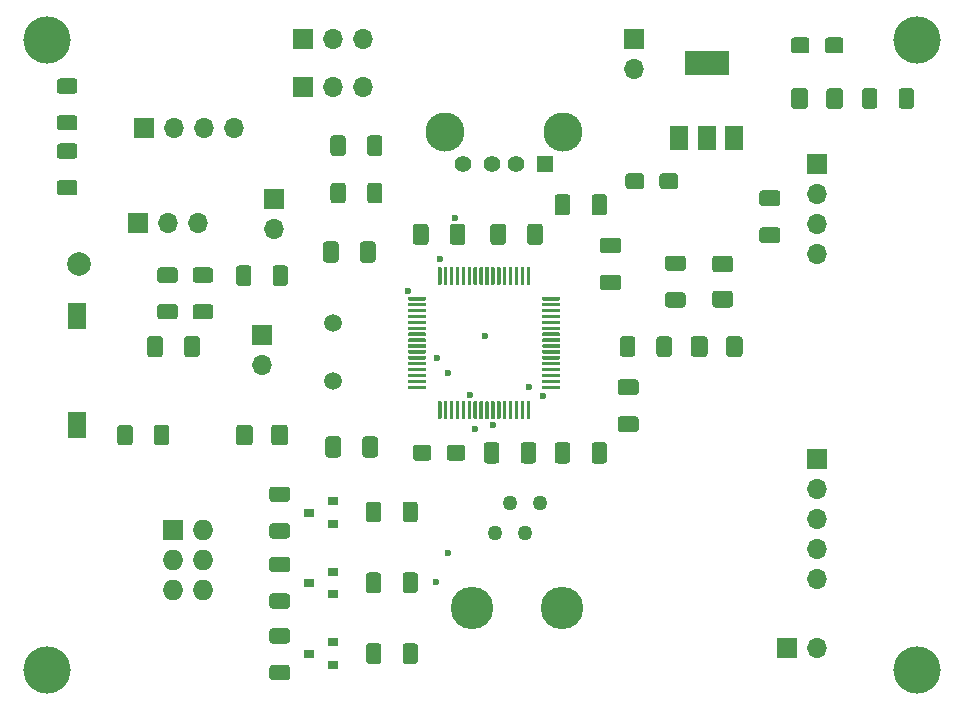
<source format=gts>
%TF.GenerationSoftware,KiCad,Pcbnew,5.1.9+dfsg1-1+deb11u1*%
%TF.CreationDate,2022-11-02T16:06:54+01:00*%
%TF.ProjectId,StandAlone-Adapter,5374616e-6441-46c6-9f6e-652d41646170,rev?*%
%TF.SameCoordinates,Original*%
%TF.FileFunction,Soldermask,Top*%
%TF.FilePolarity,Negative*%
%FSLAX46Y46*%
G04 Gerber Fmt 4.6, Leading zero omitted, Abs format (unit mm)*
G04 Created by KiCad (PCBNEW 5.1.9+dfsg1-1+deb11u1) date 2022-11-02 16:06:54*
%MOMM*%
%LPD*%
G01*
G04 APERTURE LIST*
%ADD10C,3.316000*%
%ADD11C,1.408000*%
%ADD12R,1.408000X1.408000*%
%ADD13O,1.700000X1.700000*%
%ADD14R,1.700000X1.700000*%
%ADD15C,4.000000*%
%ADD16C,1.270000*%
%ADD17C,3.600000*%
%ADD18O,1.727200X1.727200*%
%ADD19R,1.727200X1.727200*%
%ADD20R,0.900000X0.800000*%
%ADD21R,1.600000X2.180000*%
%ADD22C,2.000000*%
%ADD23R,1.500000X2.000000*%
%ADD24R,3.800000X2.000000*%
%ADD25C,1.500000*%
%ADD26C,0.600000*%
G04 APERTURE END LIST*
D10*
%TO.C,USB1*%
X145500000Y-76330000D03*
X155500000Y-76330000D03*
D11*
X147000000Y-79000000D03*
X149500000Y-79000000D03*
X151500000Y-79000000D03*
D12*
X154000000Y-79000000D03*
%TD*%
%TO.C,C1*%
G36*
G01*
X177650000Y-69425001D02*
X177650000Y-68574999D01*
G75*
G02*
X177899999Y-68325000I249999J0D01*
G01*
X178975001Y-68325000D01*
G75*
G02*
X179225000Y-68574999I0J-249999D01*
G01*
X179225000Y-69425001D01*
G75*
G02*
X178975001Y-69675000I-249999J0D01*
G01*
X177899999Y-69675000D01*
G75*
G02*
X177650000Y-69425001I0J249999D01*
G01*
G37*
G36*
G01*
X174775000Y-69425001D02*
X174775000Y-68574999D01*
G75*
G02*
X175024999Y-68325000I249999J0D01*
G01*
X176100001Y-68325000D01*
G75*
G02*
X176350000Y-68574999I0J-249999D01*
G01*
X176350000Y-69425001D01*
G75*
G02*
X176100001Y-69675000I-249999J0D01*
G01*
X175024999Y-69675000D01*
G75*
G02*
X174775000Y-69425001I0J249999D01*
G01*
G37*
%TD*%
%TO.C,C2*%
G36*
G01*
X162350000Y-80074999D02*
X162350000Y-80925001D01*
G75*
G02*
X162100001Y-81175000I-249999J0D01*
G01*
X161024999Y-81175000D01*
G75*
G02*
X160775000Y-80925001I0J249999D01*
G01*
X160775000Y-80074999D01*
G75*
G02*
X161024999Y-79825000I249999J0D01*
G01*
X162100001Y-79825000D01*
G75*
G02*
X162350000Y-80074999I0J-249999D01*
G01*
G37*
G36*
G01*
X165225000Y-80074999D02*
X165225000Y-80925001D01*
G75*
G02*
X164975001Y-81175000I-249999J0D01*
G01*
X163899999Y-81175000D01*
G75*
G02*
X163650000Y-80925001I0J249999D01*
G01*
X163650000Y-80074999D01*
G75*
G02*
X163899999Y-79825000I249999J0D01*
G01*
X164975001Y-79825000D01*
G75*
G02*
X165225000Y-80074999I0J-249999D01*
G01*
G37*
%TD*%
%TO.C,C3*%
G36*
G01*
X173650002Y-82600000D02*
X172349998Y-82600000D01*
G75*
G02*
X172100000Y-82350002I0J249998D01*
G01*
X172100000Y-81524998D01*
G75*
G02*
X172349998Y-81275000I249998J0D01*
G01*
X173650002Y-81275000D01*
G75*
G02*
X173900000Y-81524998I0J-249998D01*
G01*
X173900000Y-82350002D01*
G75*
G02*
X173650002Y-82600000I-249998J0D01*
G01*
G37*
G36*
G01*
X173650002Y-85725000D02*
X172349998Y-85725000D01*
G75*
G02*
X172100000Y-85475002I0J249998D01*
G01*
X172100000Y-84649998D01*
G75*
G02*
X172349998Y-84400000I249998J0D01*
G01*
X173650002Y-84400000D01*
G75*
G02*
X173900000Y-84649998I0J-249998D01*
G01*
X173900000Y-85475002D01*
G75*
G02*
X173650002Y-85725000I-249998J0D01*
G01*
G37*
%TD*%
%TO.C,C4*%
G36*
G01*
X145900000Y-85650002D02*
X145900000Y-84349998D01*
G75*
G02*
X146149998Y-84100000I249998J0D01*
G01*
X146975002Y-84100000D01*
G75*
G02*
X147225000Y-84349998I0J-249998D01*
G01*
X147225000Y-85650002D01*
G75*
G02*
X146975002Y-85900000I-249998J0D01*
G01*
X146149998Y-85900000D01*
G75*
G02*
X145900000Y-85650002I0J249998D01*
G01*
G37*
G36*
G01*
X142775000Y-85650002D02*
X142775000Y-84349998D01*
G75*
G02*
X143024998Y-84100000I249998J0D01*
G01*
X143850002Y-84100000D01*
G75*
G02*
X144100000Y-84349998I0J-249998D01*
G01*
X144100000Y-85650002D01*
G75*
G02*
X143850002Y-85900000I-249998J0D01*
G01*
X143024998Y-85900000D01*
G75*
G02*
X142775000Y-85650002I0J249998D01*
G01*
G37*
%TD*%
%TO.C,C5*%
G36*
G01*
X144350000Y-103074999D02*
X144350000Y-103925001D01*
G75*
G02*
X144100001Y-104175000I-249999J0D01*
G01*
X143024999Y-104175000D01*
G75*
G02*
X142775000Y-103925001I0J249999D01*
G01*
X142775000Y-103074999D01*
G75*
G02*
X143024999Y-102825000I249999J0D01*
G01*
X144100001Y-102825000D01*
G75*
G02*
X144350000Y-103074999I0J-249999D01*
G01*
G37*
G36*
G01*
X147225000Y-103074999D02*
X147225000Y-103925001D01*
G75*
G02*
X146975001Y-104175000I-249999J0D01*
G01*
X145899999Y-104175000D01*
G75*
G02*
X145650000Y-103925001I0J249999D01*
G01*
X145650000Y-103074999D01*
G75*
G02*
X145899999Y-102825000I249999J0D01*
G01*
X146975001Y-102825000D01*
G75*
G02*
X147225000Y-103074999I0J-249999D01*
G01*
G37*
%TD*%
%TO.C,C6*%
G36*
G01*
X123400000Y-95150002D02*
X123400000Y-93849998D01*
G75*
G02*
X123649998Y-93600000I249998J0D01*
G01*
X124475002Y-93600000D01*
G75*
G02*
X124725000Y-93849998I0J-249998D01*
G01*
X124725000Y-95150002D01*
G75*
G02*
X124475002Y-95400000I-249998J0D01*
G01*
X123649998Y-95400000D01*
G75*
G02*
X123400000Y-95150002I0J249998D01*
G01*
G37*
G36*
G01*
X120275000Y-95150002D02*
X120275000Y-93849998D01*
G75*
G02*
X120524998Y-93600000I249998J0D01*
G01*
X121350002Y-93600000D01*
G75*
G02*
X121600000Y-93849998I0J-249998D01*
G01*
X121600000Y-95150002D01*
G75*
G02*
X121350002Y-95400000I-249998J0D01*
G01*
X120524998Y-95400000D01*
G75*
G02*
X120275000Y-95150002I0J249998D01*
G01*
G37*
%TD*%
%TO.C,C7*%
G36*
G01*
X156100000Y-102849998D02*
X156100000Y-104150002D01*
G75*
G02*
X155850002Y-104400000I-249998J0D01*
G01*
X155024998Y-104400000D01*
G75*
G02*
X154775000Y-104150002I0J249998D01*
G01*
X154775000Y-102849998D01*
G75*
G02*
X155024998Y-102600000I249998J0D01*
G01*
X155850002Y-102600000D01*
G75*
G02*
X156100000Y-102849998I0J-249998D01*
G01*
G37*
G36*
G01*
X159225000Y-102849998D02*
X159225000Y-104150002D01*
G75*
G02*
X158975002Y-104400000I-249998J0D01*
G01*
X158149998Y-104400000D01*
G75*
G02*
X157900000Y-104150002I0J249998D01*
G01*
X157900000Y-102849998D01*
G75*
G02*
X158149998Y-102600000I249998J0D01*
G01*
X158975002Y-102600000D01*
G75*
G02*
X159225000Y-102849998I0J-249998D01*
G01*
G37*
%TD*%
%TO.C,C8*%
G36*
G01*
X136500000Y-85849998D02*
X136500000Y-87150002D01*
G75*
G02*
X136250002Y-87400000I-249998J0D01*
G01*
X135424998Y-87400000D01*
G75*
G02*
X135175000Y-87150002I0J249998D01*
G01*
X135175000Y-85849998D01*
G75*
G02*
X135424998Y-85600000I249998J0D01*
G01*
X136250002Y-85600000D01*
G75*
G02*
X136500000Y-85849998I0J-249998D01*
G01*
G37*
G36*
G01*
X139625000Y-85849998D02*
X139625000Y-87150002D01*
G75*
G02*
X139375002Y-87400000I-249998J0D01*
G01*
X138549998Y-87400000D01*
G75*
G02*
X138300000Y-87150002I0J249998D01*
G01*
X138300000Y-85849998D01*
G75*
G02*
X138549998Y-85600000I249998J0D01*
G01*
X139375002Y-85600000D01*
G75*
G02*
X139625000Y-85849998I0J-249998D01*
G01*
G37*
%TD*%
%TO.C,C9*%
G36*
G01*
X136700000Y-102349998D02*
X136700000Y-103650002D01*
G75*
G02*
X136450002Y-103900000I-249998J0D01*
G01*
X135624998Y-103900000D01*
G75*
G02*
X135375000Y-103650002I0J249998D01*
G01*
X135375000Y-102349998D01*
G75*
G02*
X135624998Y-102100000I249998J0D01*
G01*
X136450002Y-102100000D01*
G75*
G02*
X136700000Y-102349998I0J-249998D01*
G01*
G37*
G36*
G01*
X139825000Y-102349998D02*
X139825000Y-103650002D01*
G75*
G02*
X139575002Y-103900000I-249998J0D01*
G01*
X138749998Y-103900000D01*
G75*
G02*
X138500000Y-103650002I0J249998D01*
G01*
X138500000Y-102349998D01*
G75*
G02*
X138749998Y-102100000I249998J0D01*
G01*
X139575002Y-102100000D01*
G75*
G02*
X139825000Y-102349998I0J-249998D01*
G01*
G37*
%TD*%
%TO.C,C10*%
G36*
G01*
X161650002Y-98600000D02*
X160349998Y-98600000D01*
G75*
G02*
X160100000Y-98350002I0J249998D01*
G01*
X160100000Y-97524998D01*
G75*
G02*
X160349998Y-97275000I249998J0D01*
G01*
X161650002Y-97275000D01*
G75*
G02*
X161900000Y-97524998I0J-249998D01*
G01*
X161900000Y-98350002D01*
G75*
G02*
X161650002Y-98600000I-249998J0D01*
G01*
G37*
G36*
G01*
X161650002Y-101725000D02*
X160349998Y-101725000D01*
G75*
G02*
X160100000Y-101475002I0J249998D01*
G01*
X160100000Y-100649998D01*
G75*
G02*
X160349998Y-100400000I249998J0D01*
G01*
X161650002Y-100400000D01*
G75*
G02*
X161900000Y-100649998I0J-249998D01*
G01*
X161900000Y-101475002D01*
G75*
G02*
X161650002Y-101725000I-249998J0D01*
G01*
G37*
%TD*%
%TO.C,C11*%
G36*
G01*
X150100000Y-102849998D02*
X150100000Y-104150002D01*
G75*
G02*
X149850002Y-104400000I-249998J0D01*
G01*
X149024998Y-104400000D01*
G75*
G02*
X148775000Y-104150002I0J249998D01*
G01*
X148775000Y-102849998D01*
G75*
G02*
X149024998Y-102600000I249998J0D01*
G01*
X149850002Y-102600000D01*
G75*
G02*
X150100000Y-102849998I0J-249998D01*
G01*
G37*
G36*
G01*
X153225000Y-102849998D02*
X153225000Y-104150002D01*
G75*
G02*
X152975002Y-104400000I-249998J0D01*
G01*
X152149998Y-104400000D01*
G75*
G02*
X151900000Y-104150002I0J249998D01*
G01*
X151900000Y-102849998D01*
G75*
G02*
X152149998Y-102600000I249998J0D01*
G01*
X152975002Y-102600000D01*
G75*
G02*
X153225000Y-102849998I0J-249998D01*
G01*
G37*
%TD*%
%TO.C,C12*%
G36*
G01*
X160150002Y-86600000D02*
X158849998Y-86600000D01*
G75*
G02*
X158600000Y-86350002I0J249998D01*
G01*
X158600000Y-85524998D01*
G75*
G02*
X158849998Y-85275000I249998J0D01*
G01*
X160150002Y-85275000D01*
G75*
G02*
X160400000Y-85524998I0J-249998D01*
G01*
X160400000Y-86350002D01*
G75*
G02*
X160150002Y-86600000I-249998J0D01*
G01*
G37*
G36*
G01*
X160150002Y-89725000D02*
X158849998Y-89725000D01*
G75*
G02*
X158600000Y-89475002I0J249998D01*
G01*
X158600000Y-88649998D01*
G75*
G02*
X158849998Y-88400000I249998J0D01*
G01*
X160150002Y-88400000D01*
G75*
G02*
X160400000Y-88649998I0J-249998D01*
G01*
X160400000Y-89475002D01*
G75*
G02*
X160150002Y-89725000I-249998J0D01*
G01*
G37*
%TD*%
%TO.C,C13*%
G36*
G01*
X152462000Y-85650002D02*
X152462000Y-84349998D01*
G75*
G02*
X152711998Y-84100000I249998J0D01*
G01*
X153537002Y-84100000D01*
G75*
G02*
X153787000Y-84349998I0J-249998D01*
G01*
X153787000Y-85650002D01*
G75*
G02*
X153537002Y-85900000I-249998J0D01*
G01*
X152711998Y-85900000D01*
G75*
G02*
X152462000Y-85650002I0J249998D01*
G01*
G37*
G36*
G01*
X149337000Y-85650002D02*
X149337000Y-84349998D01*
G75*
G02*
X149586998Y-84100000I249998J0D01*
G01*
X150412002Y-84100000D01*
G75*
G02*
X150662000Y-84349998I0J-249998D01*
G01*
X150662000Y-85650002D01*
G75*
G02*
X150412002Y-85900000I-249998J0D01*
G01*
X149586998Y-85900000D01*
G75*
G02*
X149337000Y-85650002I0J249998D01*
G01*
G37*
%TD*%
%TO.C,C14*%
G36*
G01*
X156100000Y-81849998D02*
X156100000Y-83150002D01*
G75*
G02*
X155850002Y-83400000I-249998J0D01*
G01*
X155024998Y-83400000D01*
G75*
G02*
X154775000Y-83150002I0J249998D01*
G01*
X154775000Y-81849998D01*
G75*
G02*
X155024998Y-81600000I249998J0D01*
G01*
X155850002Y-81600000D01*
G75*
G02*
X156100000Y-81849998I0J-249998D01*
G01*
G37*
G36*
G01*
X159225000Y-81849998D02*
X159225000Y-83150002D01*
G75*
G02*
X158975002Y-83400000I-249998J0D01*
G01*
X158149998Y-83400000D01*
G75*
G02*
X157900000Y-83150002I0J249998D01*
G01*
X157900000Y-81849998D01*
G75*
G02*
X158149998Y-81600000I249998J0D01*
G01*
X158975002Y-81600000D01*
G75*
G02*
X159225000Y-81849998I0J-249998D01*
G01*
G37*
%TD*%
%TO.C,D1*%
G36*
G01*
X177775000Y-74125000D02*
X177775000Y-72875000D01*
G75*
G02*
X178025000Y-72625000I250000J0D01*
G01*
X178950000Y-72625000D01*
G75*
G02*
X179200000Y-72875000I0J-250000D01*
G01*
X179200000Y-74125000D01*
G75*
G02*
X178950000Y-74375000I-250000J0D01*
G01*
X178025000Y-74375000D01*
G75*
G02*
X177775000Y-74125000I0J250000D01*
G01*
G37*
G36*
G01*
X174800000Y-74125000D02*
X174800000Y-72875000D01*
G75*
G02*
X175050000Y-72625000I250000J0D01*
G01*
X175975000Y-72625000D01*
G75*
G02*
X176225000Y-72875000I0J-250000D01*
G01*
X176225000Y-74125000D01*
G75*
G02*
X175975000Y-74375000I-250000J0D01*
G01*
X175050000Y-74375000D01*
G75*
G02*
X174800000Y-74125000I0J250000D01*
G01*
G37*
%TD*%
%TO.C,D2*%
G36*
G01*
X169625000Y-88225000D02*
X168375000Y-88225000D01*
G75*
G02*
X168125000Y-87975000I0J250000D01*
G01*
X168125000Y-87050000D01*
G75*
G02*
X168375000Y-86800000I250000J0D01*
G01*
X169625000Y-86800000D01*
G75*
G02*
X169875000Y-87050000I0J-250000D01*
G01*
X169875000Y-87975000D01*
G75*
G02*
X169625000Y-88225000I-250000J0D01*
G01*
G37*
G36*
G01*
X169625000Y-91200000D02*
X168375000Y-91200000D01*
G75*
G02*
X168125000Y-90950000I0J250000D01*
G01*
X168125000Y-90025000D01*
G75*
G02*
X168375000Y-89775000I250000J0D01*
G01*
X169625000Y-89775000D01*
G75*
G02*
X169875000Y-90025000I0J-250000D01*
G01*
X169875000Y-90950000D01*
G75*
G02*
X169625000Y-91200000I-250000J0D01*
G01*
G37*
%TD*%
%TO.C,D3*%
G36*
G01*
X169275000Y-95125000D02*
X169275000Y-93875000D01*
G75*
G02*
X169525000Y-93625000I250000J0D01*
G01*
X170450000Y-93625000D01*
G75*
G02*
X170700000Y-93875000I0J-250000D01*
G01*
X170700000Y-95125000D01*
G75*
G02*
X170450000Y-95375000I-250000J0D01*
G01*
X169525000Y-95375000D01*
G75*
G02*
X169275000Y-95125000I0J250000D01*
G01*
G37*
G36*
G01*
X166300000Y-95125000D02*
X166300000Y-93875000D01*
G75*
G02*
X166550000Y-93625000I250000J0D01*
G01*
X167475000Y-93625000D01*
G75*
G02*
X167725000Y-93875000I0J-250000D01*
G01*
X167725000Y-95125000D01*
G75*
G02*
X167475000Y-95375000I-250000J0D01*
G01*
X166550000Y-95375000D01*
G75*
G02*
X166300000Y-95125000I0J250000D01*
G01*
G37*
%TD*%
%TO.C,D4*%
G36*
G01*
X129225000Y-101375000D02*
X129225000Y-102625000D01*
G75*
G02*
X128975000Y-102875000I-250000J0D01*
G01*
X128050000Y-102875000D01*
G75*
G02*
X127800000Y-102625000I0J250000D01*
G01*
X127800000Y-101375000D01*
G75*
G02*
X128050000Y-101125000I250000J0D01*
G01*
X128975000Y-101125000D01*
G75*
G02*
X129225000Y-101375000I0J-250000D01*
G01*
G37*
G36*
G01*
X132200000Y-101375000D02*
X132200000Y-102625000D01*
G75*
G02*
X131950000Y-102875000I-250000J0D01*
G01*
X131025000Y-102875000D01*
G75*
G02*
X130775000Y-102625000I0J250000D01*
G01*
X130775000Y-101375000D01*
G75*
G02*
X131025000Y-101125000I250000J0D01*
G01*
X131950000Y-101125000D01*
G75*
G02*
X132200000Y-101375000I0J-250000D01*
G01*
G37*
%TD*%
D13*
%TO.C,EN1*%
X130000000Y-96040000D03*
D14*
X130000000Y-93500000D03*
%TD*%
D15*
%TO.C,H1*%
X111760000Y-121920000D03*
%TD*%
%TO.C,H2*%
X185420000Y-68580000D03*
%TD*%
%TO.C,H3*%
X185420000Y-121920000D03*
%TD*%
%TO.C,H4*%
X111760000Y-68580000D03*
%TD*%
D16*
%TO.C,J1*%
X150965000Y-107770000D03*
D17*
X147790000Y-116650000D03*
X155410000Y-116650000D03*
D16*
X153505000Y-107770000D03*
X149695000Y-110300000D03*
X152235000Y-110300000D03*
%TD*%
D13*
%TO.C,J2*%
X138580000Y-72500000D03*
X136040000Y-72500000D03*
D14*
X133500000Y-72500000D03*
%TD*%
D18*
%TO.C,J3*%
X125040000Y-115080000D03*
X122500000Y-115080000D03*
X125040000Y-112540000D03*
X122500000Y-112540000D03*
X125040000Y-110000000D03*
D19*
X122500000Y-110000000D03*
%TD*%
D13*
%TO.C,J4*%
X127620000Y-76000000D03*
X125080000Y-76000000D03*
X122540000Y-76000000D03*
D14*
X120000000Y-76000000D03*
%TD*%
D13*
%TO.C,J5*%
X177000000Y-114160000D03*
X177000000Y-111620000D03*
X177000000Y-109080000D03*
X177000000Y-106540000D03*
D14*
X177000000Y-104000000D03*
%TD*%
D13*
%TO.C,J6*%
X138580000Y-68500000D03*
X136040000Y-68500000D03*
D14*
X133500000Y-68500000D03*
%TD*%
D13*
%TO.C,J7*%
X124580000Y-84000000D03*
X122040000Y-84000000D03*
D14*
X119500000Y-84000000D03*
%TD*%
D13*
%TO.C,J8*%
X177000000Y-120000000D03*
D14*
X174460000Y-120000000D03*
%TD*%
D13*
%TO.C,J9*%
X131000000Y-84540000D03*
D14*
X131000000Y-82000000D03*
%TD*%
D13*
%TO.C,J10*%
X177000000Y-86620000D03*
X177000000Y-84080000D03*
X177000000Y-81540000D03*
D14*
X177000000Y-79000000D03*
%TD*%
D13*
%TO.C,J11*%
X161500000Y-71040000D03*
D14*
X161500000Y-68500000D03*
%TD*%
D20*
%TO.C,Q1*%
X134000000Y-108550000D03*
X136000000Y-107600000D03*
X136000000Y-109500000D03*
%TD*%
%TO.C,Q2*%
X134000000Y-114525000D03*
X136000000Y-113575000D03*
X136000000Y-115475000D03*
%TD*%
%TO.C,Q3*%
X134000000Y-120500000D03*
X136000000Y-119550000D03*
X136000000Y-121450000D03*
%TD*%
%TO.C,R1*%
G36*
G01*
X182100000Y-72874999D02*
X182100000Y-74125001D01*
G75*
G02*
X181850001Y-74375000I-249999J0D01*
G01*
X181049999Y-74375000D01*
G75*
G02*
X180800000Y-74125001I0J249999D01*
G01*
X180800000Y-72874999D01*
G75*
G02*
X181049999Y-72625000I249999J0D01*
G01*
X181850001Y-72625000D01*
G75*
G02*
X182100000Y-72874999I0J-249999D01*
G01*
G37*
G36*
G01*
X185200000Y-72874999D02*
X185200000Y-74125001D01*
G75*
G02*
X184950001Y-74375000I-249999J0D01*
G01*
X184149999Y-74375000D01*
G75*
G02*
X183900000Y-74125001I0J249999D01*
G01*
X183900000Y-72874999D01*
G75*
G02*
X184149999Y-72625000I249999J0D01*
G01*
X184950001Y-72625000D01*
G75*
G02*
X185200000Y-72874999I0J-249999D01*
G01*
G37*
%TD*%
%TO.C,R2*%
G36*
G01*
X164374999Y-89900000D02*
X165625001Y-89900000D01*
G75*
G02*
X165875000Y-90149999I0J-249999D01*
G01*
X165875000Y-90950001D01*
G75*
G02*
X165625001Y-91200000I-249999J0D01*
G01*
X164374999Y-91200000D01*
G75*
G02*
X164125000Y-90950001I0J249999D01*
G01*
X164125000Y-90149999D01*
G75*
G02*
X164374999Y-89900000I249999J0D01*
G01*
G37*
G36*
G01*
X164374999Y-86800000D02*
X165625001Y-86800000D01*
G75*
G02*
X165875000Y-87049999I0J-249999D01*
G01*
X165875000Y-87850001D01*
G75*
G02*
X165625001Y-88100000I-249999J0D01*
G01*
X164374999Y-88100000D01*
G75*
G02*
X164125000Y-87850001I0J249999D01*
G01*
X164125000Y-87049999D01*
G75*
G02*
X164374999Y-86800000I249999J0D01*
G01*
G37*
%TD*%
%TO.C,R3*%
G36*
G01*
X163400000Y-95125001D02*
X163400000Y-93874999D01*
G75*
G02*
X163649999Y-93625000I249999J0D01*
G01*
X164450001Y-93625000D01*
G75*
G02*
X164700000Y-93874999I0J-249999D01*
G01*
X164700000Y-95125001D01*
G75*
G02*
X164450001Y-95375000I-249999J0D01*
G01*
X163649999Y-95375000D01*
G75*
G02*
X163400000Y-95125001I0J249999D01*
G01*
G37*
G36*
G01*
X160300000Y-95125001D02*
X160300000Y-93874999D01*
G75*
G02*
X160549999Y-93625000I249999J0D01*
G01*
X161350001Y-93625000D01*
G75*
G02*
X161600000Y-93874999I0J-249999D01*
G01*
X161600000Y-95125001D01*
G75*
G02*
X161350001Y-95375000I-249999J0D01*
G01*
X160549999Y-95375000D01*
G75*
G02*
X160300000Y-95125001I0J249999D01*
G01*
G37*
%TD*%
%TO.C,R4*%
G36*
G01*
X120850000Y-102625001D02*
X120850000Y-101374999D01*
G75*
G02*
X121099999Y-101125000I249999J0D01*
G01*
X121900001Y-101125000D01*
G75*
G02*
X122150000Y-101374999I0J-249999D01*
G01*
X122150000Y-102625001D01*
G75*
G02*
X121900001Y-102875000I-249999J0D01*
G01*
X121099999Y-102875000D01*
G75*
G02*
X120850000Y-102625001I0J249999D01*
G01*
G37*
G36*
G01*
X117750000Y-102625001D02*
X117750000Y-101374999D01*
G75*
G02*
X117999999Y-101125000I249999J0D01*
G01*
X118800001Y-101125000D01*
G75*
G02*
X119050000Y-101374999I0J-249999D01*
G01*
X119050000Y-102625001D01*
G75*
G02*
X118800001Y-102875000I-249999J0D01*
G01*
X117999999Y-102875000D01*
G75*
G02*
X117750000Y-102625001I0J249999D01*
G01*
G37*
%TD*%
%TO.C,R5*%
G36*
G01*
X129100000Y-87874999D02*
X129100000Y-89125001D01*
G75*
G02*
X128850001Y-89375000I-249999J0D01*
G01*
X128049999Y-89375000D01*
G75*
G02*
X127800000Y-89125001I0J249999D01*
G01*
X127800000Y-87874999D01*
G75*
G02*
X128049999Y-87625000I249999J0D01*
G01*
X128850001Y-87625000D01*
G75*
G02*
X129100000Y-87874999I0J-249999D01*
G01*
G37*
G36*
G01*
X132200000Y-87874999D02*
X132200000Y-89125001D01*
G75*
G02*
X131950001Y-89375000I-249999J0D01*
G01*
X131149999Y-89375000D01*
G75*
G02*
X130900000Y-89125001I0J249999D01*
G01*
X130900000Y-87874999D01*
G75*
G02*
X131149999Y-87625000I249999J0D01*
G01*
X131950001Y-87625000D01*
G75*
G02*
X132200000Y-87874999I0J-249999D01*
G01*
G37*
%TD*%
%TO.C,R6*%
G36*
G01*
X114125001Y-73100000D02*
X112874999Y-73100000D01*
G75*
G02*
X112625000Y-72850001I0J249999D01*
G01*
X112625000Y-72049999D01*
G75*
G02*
X112874999Y-71800000I249999J0D01*
G01*
X114125001Y-71800000D01*
G75*
G02*
X114375000Y-72049999I0J-249999D01*
G01*
X114375000Y-72850001D01*
G75*
G02*
X114125001Y-73100000I-249999J0D01*
G01*
G37*
G36*
G01*
X114125001Y-76200000D02*
X112874999Y-76200000D01*
G75*
G02*
X112625000Y-75950001I0J249999D01*
G01*
X112625000Y-75149999D01*
G75*
G02*
X112874999Y-74900000I249999J0D01*
G01*
X114125001Y-74900000D01*
G75*
G02*
X114375000Y-75149999I0J-249999D01*
G01*
X114375000Y-75950001D01*
G75*
G02*
X114125001Y-76200000I-249999J0D01*
G01*
G37*
%TD*%
%TO.C,R7*%
G36*
G01*
X114125001Y-78600000D02*
X112874999Y-78600000D01*
G75*
G02*
X112625000Y-78350001I0J249999D01*
G01*
X112625000Y-77549999D01*
G75*
G02*
X112874999Y-77300000I249999J0D01*
G01*
X114125001Y-77300000D01*
G75*
G02*
X114375000Y-77549999I0J-249999D01*
G01*
X114375000Y-78350001D01*
G75*
G02*
X114125001Y-78600000I-249999J0D01*
G01*
G37*
G36*
G01*
X114125001Y-81700000D02*
X112874999Y-81700000D01*
G75*
G02*
X112625000Y-81450001I0J249999D01*
G01*
X112625000Y-80649999D01*
G75*
G02*
X112874999Y-80400000I249999J0D01*
G01*
X114125001Y-80400000D01*
G75*
G02*
X114375000Y-80649999I0J-249999D01*
G01*
X114375000Y-81450001D01*
G75*
G02*
X114125001Y-81700000I-249999J0D01*
G01*
G37*
%TD*%
%TO.C,R8*%
G36*
G01*
X125625001Y-89100000D02*
X124374999Y-89100000D01*
G75*
G02*
X124125000Y-88850001I0J249999D01*
G01*
X124125000Y-88049999D01*
G75*
G02*
X124374999Y-87800000I249999J0D01*
G01*
X125625001Y-87800000D01*
G75*
G02*
X125875000Y-88049999I0J-249999D01*
G01*
X125875000Y-88850001D01*
G75*
G02*
X125625001Y-89100000I-249999J0D01*
G01*
G37*
G36*
G01*
X125625001Y-92200000D02*
X124374999Y-92200000D01*
G75*
G02*
X124125000Y-91950001I0J249999D01*
G01*
X124125000Y-91149999D01*
G75*
G02*
X124374999Y-90900000I249999J0D01*
G01*
X125625001Y-90900000D01*
G75*
G02*
X125875000Y-91149999I0J-249999D01*
G01*
X125875000Y-91950001D01*
G75*
G02*
X125625001Y-92200000I-249999J0D01*
G01*
G37*
%TD*%
%TO.C,R9*%
G36*
G01*
X122625001Y-89100000D02*
X121374999Y-89100000D01*
G75*
G02*
X121125000Y-88850001I0J249999D01*
G01*
X121125000Y-88049999D01*
G75*
G02*
X121374999Y-87800000I249999J0D01*
G01*
X122625001Y-87800000D01*
G75*
G02*
X122875000Y-88049999I0J-249999D01*
G01*
X122875000Y-88850001D01*
G75*
G02*
X122625001Y-89100000I-249999J0D01*
G01*
G37*
G36*
G01*
X122625001Y-92200000D02*
X121374999Y-92200000D01*
G75*
G02*
X121125000Y-91950001I0J249999D01*
G01*
X121125000Y-91149999D01*
G75*
G02*
X121374999Y-90900000I249999J0D01*
G01*
X122625001Y-90900000D01*
G75*
G02*
X122875000Y-91149999I0J-249999D01*
G01*
X122875000Y-91950001D01*
G75*
G02*
X122625001Y-92200000I-249999J0D01*
G01*
G37*
%TD*%
%TO.C,R10*%
G36*
G01*
X141900000Y-109125001D02*
X141900000Y-107874999D01*
G75*
G02*
X142149999Y-107625000I249999J0D01*
G01*
X142950001Y-107625000D01*
G75*
G02*
X143200000Y-107874999I0J-249999D01*
G01*
X143200000Y-109125001D01*
G75*
G02*
X142950001Y-109375000I-249999J0D01*
G01*
X142149999Y-109375000D01*
G75*
G02*
X141900000Y-109125001I0J249999D01*
G01*
G37*
G36*
G01*
X138800000Y-109125001D02*
X138800000Y-107874999D01*
G75*
G02*
X139049999Y-107625000I249999J0D01*
G01*
X139850001Y-107625000D01*
G75*
G02*
X140100000Y-107874999I0J-249999D01*
G01*
X140100000Y-109125001D01*
G75*
G02*
X139850001Y-109375000I-249999J0D01*
G01*
X139049999Y-109375000D01*
G75*
G02*
X138800000Y-109125001I0J249999D01*
G01*
G37*
%TD*%
%TO.C,R11*%
G36*
G01*
X141900000Y-115125001D02*
X141900000Y-113874999D01*
G75*
G02*
X142149999Y-113625000I249999J0D01*
G01*
X142950001Y-113625000D01*
G75*
G02*
X143200000Y-113874999I0J-249999D01*
G01*
X143200000Y-115125001D01*
G75*
G02*
X142950001Y-115375000I-249999J0D01*
G01*
X142149999Y-115375000D01*
G75*
G02*
X141900000Y-115125001I0J249999D01*
G01*
G37*
G36*
G01*
X138800000Y-115125001D02*
X138800000Y-113874999D01*
G75*
G02*
X139049999Y-113625000I249999J0D01*
G01*
X139850001Y-113625000D01*
G75*
G02*
X140100000Y-113874999I0J-249999D01*
G01*
X140100000Y-115125001D01*
G75*
G02*
X139850001Y-115375000I-249999J0D01*
G01*
X139049999Y-115375000D01*
G75*
G02*
X138800000Y-115125001I0J249999D01*
G01*
G37*
%TD*%
%TO.C,R12*%
G36*
G01*
X141900000Y-121125001D02*
X141900000Y-119874999D01*
G75*
G02*
X142149999Y-119625000I249999J0D01*
G01*
X142950001Y-119625000D01*
G75*
G02*
X143200000Y-119874999I0J-249999D01*
G01*
X143200000Y-121125001D01*
G75*
G02*
X142950001Y-121375000I-249999J0D01*
G01*
X142149999Y-121375000D01*
G75*
G02*
X141900000Y-121125001I0J249999D01*
G01*
G37*
G36*
G01*
X138800000Y-121125001D02*
X138800000Y-119874999D01*
G75*
G02*
X139049999Y-119625000I249999J0D01*
G01*
X139850001Y-119625000D01*
G75*
G02*
X140100000Y-119874999I0J-249999D01*
G01*
X140100000Y-121125001D01*
G75*
G02*
X139850001Y-121375000I-249999J0D01*
G01*
X139049999Y-121375000D01*
G75*
G02*
X138800000Y-121125001I0J249999D01*
G01*
G37*
%TD*%
%TO.C,R13*%
G36*
G01*
X132125001Y-107650000D02*
X130874999Y-107650000D01*
G75*
G02*
X130625000Y-107400001I0J249999D01*
G01*
X130625000Y-106599999D01*
G75*
G02*
X130874999Y-106350000I249999J0D01*
G01*
X132125001Y-106350000D01*
G75*
G02*
X132375000Y-106599999I0J-249999D01*
G01*
X132375000Y-107400001D01*
G75*
G02*
X132125001Y-107650000I-249999J0D01*
G01*
G37*
G36*
G01*
X132125001Y-110750000D02*
X130874999Y-110750000D01*
G75*
G02*
X130625000Y-110500001I0J249999D01*
G01*
X130625000Y-109699999D01*
G75*
G02*
X130874999Y-109450000I249999J0D01*
G01*
X132125001Y-109450000D01*
G75*
G02*
X132375000Y-109699999I0J-249999D01*
G01*
X132375000Y-110500001D01*
G75*
G02*
X132125001Y-110750000I-249999J0D01*
G01*
G37*
%TD*%
%TO.C,R14*%
G36*
G01*
X132125001Y-113600000D02*
X130874999Y-113600000D01*
G75*
G02*
X130625000Y-113350001I0J249999D01*
G01*
X130625000Y-112549999D01*
G75*
G02*
X130874999Y-112300000I249999J0D01*
G01*
X132125001Y-112300000D01*
G75*
G02*
X132375000Y-112549999I0J-249999D01*
G01*
X132375000Y-113350001D01*
G75*
G02*
X132125001Y-113600000I-249999J0D01*
G01*
G37*
G36*
G01*
X132125001Y-116700000D02*
X130874999Y-116700000D01*
G75*
G02*
X130625000Y-116450001I0J249999D01*
G01*
X130625000Y-115649999D01*
G75*
G02*
X130874999Y-115400000I249999J0D01*
G01*
X132125001Y-115400000D01*
G75*
G02*
X132375000Y-115649999I0J-249999D01*
G01*
X132375000Y-116450001D01*
G75*
G02*
X132125001Y-116700000I-249999J0D01*
G01*
G37*
%TD*%
%TO.C,R15*%
G36*
G01*
X132125001Y-119650000D02*
X130874999Y-119650000D01*
G75*
G02*
X130625000Y-119400001I0J249999D01*
G01*
X130625000Y-118599999D01*
G75*
G02*
X130874999Y-118350000I249999J0D01*
G01*
X132125001Y-118350000D01*
G75*
G02*
X132375000Y-118599999I0J-249999D01*
G01*
X132375000Y-119400001D01*
G75*
G02*
X132125001Y-119650000I-249999J0D01*
G01*
G37*
G36*
G01*
X132125001Y-122750000D02*
X130874999Y-122750000D01*
G75*
G02*
X130625000Y-122500001I0J249999D01*
G01*
X130625000Y-121699999D01*
G75*
G02*
X130874999Y-121450000I249999J0D01*
G01*
X132125001Y-121450000D01*
G75*
G02*
X132375000Y-121699999I0J-249999D01*
G01*
X132375000Y-122500001D01*
G75*
G02*
X132125001Y-122750000I-249999J0D01*
G01*
G37*
%TD*%
%TO.C,R16*%
G36*
G01*
X137100000Y-80874999D02*
X137100000Y-82125001D01*
G75*
G02*
X136850001Y-82375000I-249999J0D01*
G01*
X136049999Y-82375000D01*
G75*
G02*
X135800000Y-82125001I0J249999D01*
G01*
X135800000Y-80874999D01*
G75*
G02*
X136049999Y-80625000I249999J0D01*
G01*
X136850001Y-80625000D01*
G75*
G02*
X137100000Y-80874999I0J-249999D01*
G01*
G37*
G36*
G01*
X140200000Y-80874999D02*
X140200000Y-82125001D01*
G75*
G02*
X139950001Y-82375000I-249999J0D01*
G01*
X139149999Y-82375000D01*
G75*
G02*
X138900000Y-82125001I0J249999D01*
G01*
X138900000Y-80874999D01*
G75*
G02*
X139149999Y-80625000I249999J0D01*
G01*
X139950001Y-80625000D01*
G75*
G02*
X140200000Y-80874999I0J-249999D01*
G01*
G37*
%TD*%
%TO.C,R17*%
G36*
G01*
X137100000Y-76874999D02*
X137100000Y-78125001D01*
G75*
G02*
X136850001Y-78375000I-249999J0D01*
G01*
X136049999Y-78375000D01*
G75*
G02*
X135800000Y-78125001I0J249999D01*
G01*
X135800000Y-76874999D01*
G75*
G02*
X136049999Y-76625000I249999J0D01*
G01*
X136850001Y-76625000D01*
G75*
G02*
X137100000Y-76874999I0J-249999D01*
G01*
G37*
G36*
G01*
X140200000Y-76874999D02*
X140200000Y-78125001D01*
G75*
G02*
X139950001Y-78375000I-249999J0D01*
G01*
X139149999Y-78375000D01*
G75*
G02*
X138900000Y-78125001I0J249999D01*
G01*
X138900000Y-76874999D01*
G75*
G02*
X139149999Y-76625000I249999J0D01*
G01*
X139950001Y-76625000D01*
G75*
G02*
X140200000Y-76874999I0J-249999D01*
G01*
G37*
%TD*%
D21*
%TO.C,RESET1*%
X114300000Y-91930000D03*
X114300000Y-101110000D03*
%TD*%
D22*
%TO.C,TP1*%
X114500000Y-87500000D03*
%TD*%
D23*
%TO.C,U1*%
X165340000Y-76810000D03*
X169940000Y-76810000D03*
X167640000Y-76810000D03*
D24*
X167640000Y-70510000D03*
%TD*%
%TO.C,U2*%
G36*
G01*
X143825000Y-98100000D02*
X142425000Y-98100000D01*
G75*
G02*
X142350000Y-98025000I0J75000D01*
G01*
X142350000Y-97875000D01*
G75*
G02*
X142425000Y-97800000I75000J0D01*
G01*
X143825000Y-97800000D01*
G75*
G02*
X143900000Y-97875000I0J-75000D01*
G01*
X143900000Y-98025000D01*
G75*
G02*
X143825000Y-98100000I-75000J0D01*
G01*
G37*
G36*
G01*
X143825000Y-97600000D02*
X142425000Y-97600000D01*
G75*
G02*
X142350000Y-97525000I0J75000D01*
G01*
X142350000Y-97375000D01*
G75*
G02*
X142425000Y-97300000I75000J0D01*
G01*
X143825000Y-97300000D01*
G75*
G02*
X143900000Y-97375000I0J-75000D01*
G01*
X143900000Y-97525000D01*
G75*
G02*
X143825000Y-97600000I-75000J0D01*
G01*
G37*
G36*
G01*
X143825000Y-97100000D02*
X142425000Y-97100000D01*
G75*
G02*
X142350000Y-97025000I0J75000D01*
G01*
X142350000Y-96875000D01*
G75*
G02*
X142425000Y-96800000I75000J0D01*
G01*
X143825000Y-96800000D01*
G75*
G02*
X143900000Y-96875000I0J-75000D01*
G01*
X143900000Y-97025000D01*
G75*
G02*
X143825000Y-97100000I-75000J0D01*
G01*
G37*
G36*
G01*
X143825000Y-96600000D02*
X142425000Y-96600000D01*
G75*
G02*
X142350000Y-96525000I0J75000D01*
G01*
X142350000Y-96375000D01*
G75*
G02*
X142425000Y-96300000I75000J0D01*
G01*
X143825000Y-96300000D01*
G75*
G02*
X143900000Y-96375000I0J-75000D01*
G01*
X143900000Y-96525000D01*
G75*
G02*
X143825000Y-96600000I-75000J0D01*
G01*
G37*
G36*
G01*
X143825000Y-96100000D02*
X142425000Y-96100000D01*
G75*
G02*
X142350000Y-96025000I0J75000D01*
G01*
X142350000Y-95875000D01*
G75*
G02*
X142425000Y-95800000I75000J0D01*
G01*
X143825000Y-95800000D01*
G75*
G02*
X143900000Y-95875000I0J-75000D01*
G01*
X143900000Y-96025000D01*
G75*
G02*
X143825000Y-96100000I-75000J0D01*
G01*
G37*
G36*
G01*
X143825000Y-95600000D02*
X142425000Y-95600000D01*
G75*
G02*
X142350000Y-95525000I0J75000D01*
G01*
X142350000Y-95375000D01*
G75*
G02*
X142425000Y-95300000I75000J0D01*
G01*
X143825000Y-95300000D01*
G75*
G02*
X143900000Y-95375000I0J-75000D01*
G01*
X143900000Y-95525000D01*
G75*
G02*
X143825000Y-95600000I-75000J0D01*
G01*
G37*
G36*
G01*
X143825000Y-95100000D02*
X142425000Y-95100000D01*
G75*
G02*
X142350000Y-95025000I0J75000D01*
G01*
X142350000Y-94875000D01*
G75*
G02*
X142425000Y-94800000I75000J0D01*
G01*
X143825000Y-94800000D01*
G75*
G02*
X143900000Y-94875000I0J-75000D01*
G01*
X143900000Y-95025000D01*
G75*
G02*
X143825000Y-95100000I-75000J0D01*
G01*
G37*
G36*
G01*
X143825000Y-94600000D02*
X142425000Y-94600000D01*
G75*
G02*
X142350000Y-94525000I0J75000D01*
G01*
X142350000Y-94375000D01*
G75*
G02*
X142425000Y-94300000I75000J0D01*
G01*
X143825000Y-94300000D01*
G75*
G02*
X143900000Y-94375000I0J-75000D01*
G01*
X143900000Y-94525000D01*
G75*
G02*
X143825000Y-94600000I-75000J0D01*
G01*
G37*
G36*
G01*
X143825000Y-94100000D02*
X142425000Y-94100000D01*
G75*
G02*
X142350000Y-94025000I0J75000D01*
G01*
X142350000Y-93875000D01*
G75*
G02*
X142425000Y-93800000I75000J0D01*
G01*
X143825000Y-93800000D01*
G75*
G02*
X143900000Y-93875000I0J-75000D01*
G01*
X143900000Y-94025000D01*
G75*
G02*
X143825000Y-94100000I-75000J0D01*
G01*
G37*
G36*
G01*
X143825000Y-93600000D02*
X142425000Y-93600000D01*
G75*
G02*
X142350000Y-93525000I0J75000D01*
G01*
X142350000Y-93375000D01*
G75*
G02*
X142425000Y-93300000I75000J0D01*
G01*
X143825000Y-93300000D01*
G75*
G02*
X143900000Y-93375000I0J-75000D01*
G01*
X143900000Y-93525000D01*
G75*
G02*
X143825000Y-93600000I-75000J0D01*
G01*
G37*
G36*
G01*
X143825000Y-93100000D02*
X142425000Y-93100000D01*
G75*
G02*
X142350000Y-93025000I0J75000D01*
G01*
X142350000Y-92875000D01*
G75*
G02*
X142425000Y-92800000I75000J0D01*
G01*
X143825000Y-92800000D01*
G75*
G02*
X143900000Y-92875000I0J-75000D01*
G01*
X143900000Y-93025000D01*
G75*
G02*
X143825000Y-93100000I-75000J0D01*
G01*
G37*
G36*
G01*
X143825000Y-92600000D02*
X142425000Y-92600000D01*
G75*
G02*
X142350000Y-92525000I0J75000D01*
G01*
X142350000Y-92375000D01*
G75*
G02*
X142425000Y-92300000I75000J0D01*
G01*
X143825000Y-92300000D01*
G75*
G02*
X143900000Y-92375000I0J-75000D01*
G01*
X143900000Y-92525000D01*
G75*
G02*
X143825000Y-92600000I-75000J0D01*
G01*
G37*
G36*
G01*
X143825000Y-92100000D02*
X142425000Y-92100000D01*
G75*
G02*
X142350000Y-92025000I0J75000D01*
G01*
X142350000Y-91875000D01*
G75*
G02*
X142425000Y-91800000I75000J0D01*
G01*
X143825000Y-91800000D01*
G75*
G02*
X143900000Y-91875000I0J-75000D01*
G01*
X143900000Y-92025000D01*
G75*
G02*
X143825000Y-92100000I-75000J0D01*
G01*
G37*
G36*
G01*
X143825000Y-91600000D02*
X142425000Y-91600000D01*
G75*
G02*
X142350000Y-91525000I0J75000D01*
G01*
X142350000Y-91375000D01*
G75*
G02*
X142425000Y-91300000I75000J0D01*
G01*
X143825000Y-91300000D01*
G75*
G02*
X143900000Y-91375000I0J-75000D01*
G01*
X143900000Y-91525000D01*
G75*
G02*
X143825000Y-91600000I-75000J0D01*
G01*
G37*
G36*
G01*
X143825000Y-91100000D02*
X142425000Y-91100000D01*
G75*
G02*
X142350000Y-91025000I0J75000D01*
G01*
X142350000Y-90875000D01*
G75*
G02*
X142425000Y-90800000I75000J0D01*
G01*
X143825000Y-90800000D01*
G75*
G02*
X143900000Y-90875000I0J-75000D01*
G01*
X143900000Y-91025000D01*
G75*
G02*
X143825000Y-91100000I-75000J0D01*
G01*
G37*
G36*
G01*
X143825000Y-90600000D02*
X142425000Y-90600000D01*
G75*
G02*
X142350000Y-90525000I0J75000D01*
G01*
X142350000Y-90375000D01*
G75*
G02*
X142425000Y-90300000I75000J0D01*
G01*
X143825000Y-90300000D01*
G75*
G02*
X143900000Y-90375000I0J-75000D01*
G01*
X143900000Y-90525000D01*
G75*
G02*
X143825000Y-90600000I-75000J0D01*
G01*
G37*
G36*
G01*
X145125000Y-89300000D02*
X144975000Y-89300000D01*
G75*
G02*
X144900000Y-89225000I0J75000D01*
G01*
X144900000Y-87825000D01*
G75*
G02*
X144975000Y-87750000I75000J0D01*
G01*
X145125000Y-87750000D01*
G75*
G02*
X145200000Y-87825000I0J-75000D01*
G01*
X145200000Y-89225000D01*
G75*
G02*
X145125000Y-89300000I-75000J0D01*
G01*
G37*
G36*
G01*
X145625000Y-89300000D02*
X145475000Y-89300000D01*
G75*
G02*
X145400000Y-89225000I0J75000D01*
G01*
X145400000Y-87825000D01*
G75*
G02*
X145475000Y-87750000I75000J0D01*
G01*
X145625000Y-87750000D01*
G75*
G02*
X145700000Y-87825000I0J-75000D01*
G01*
X145700000Y-89225000D01*
G75*
G02*
X145625000Y-89300000I-75000J0D01*
G01*
G37*
G36*
G01*
X146125000Y-89300000D02*
X145975000Y-89300000D01*
G75*
G02*
X145900000Y-89225000I0J75000D01*
G01*
X145900000Y-87825000D01*
G75*
G02*
X145975000Y-87750000I75000J0D01*
G01*
X146125000Y-87750000D01*
G75*
G02*
X146200000Y-87825000I0J-75000D01*
G01*
X146200000Y-89225000D01*
G75*
G02*
X146125000Y-89300000I-75000J0D01*
G01*
G37*
G36*
G01*
X146625000Y-89300000D02*
X146475000Y-89300000D01*
G75*
G02*
X146400000Y-89225000I0J75000D01*
G01*
X146400000Y-87825000D01*
G75*
G02*
X146475000Y-87750000I75000J0D01*
G01*
X146625000Y-87750000D01*
G75*
G02*
X146700000Y-87825000I0J-75000D01*
G01*
X146700000Y-89225000D01*
G75*
G02*
X146625000Y-89300000I-75000J0D01*
G01*
G37*
G36*
G01*
X147125000Y-89300000D02*
X146975000Y-89300000D01*
G75*
G02*
X146900000Y-89225000I0J75000D01*
G01*
X146900000Y-87825000D01*
G75*
G02*
X146975000Y-87750000I75000J0D01*
G01*
X147125000Y-87750000D01*
G75*
G02*
X147200000Y-87825000I0J-75000D01*
G01*
X147200000Y-89225000D01*
G75*
G02*
X147125000Y-89300000I-75000J0D01*
G01*
G37*
G36*
G01*
X147625000Y-89300000D02*
X147475000Y-89300000D01*
G75*
G02*
X147400000Y-89225000I0J75000D01*
G01*
X147400000Y-87825000D01*
G75*
G02*
X147475000Y-87750000I75000J0D01*
G01*
X147625000Y-87750000D01*
G75*
G02*
X147700000Y-87825000I0J-75000D01*
G01*
X147700000Y-89225000D01*
G75*
G02*
X147625000Y-89300000I-75000J0D01*
G01*
G37*
G36*
G01*
X148125000Y-89300000D02*
X147975000Y-89300000D01*
G75*
G02*
X147900000Y-89225000I0J75000D01*
G01*
X147900000Y-87825000D01*
G75*
G02*
X147975000Y-87750000I75000J0D01*
G01*
X148125000Y-87750000D01*
G75*
G02*
X148200000Y-87825000I0J-75000D01*
G01*
X148200000Y-89225000D01*
G75*
G02*
X148125000Y-89300000I-75000J0D01*
G01*
G37*
G36*
G01*
X148625000Y-89300000D02*
X148475000Y-89300000D01*
G75*
G02*
X148400000Y-89225000I0J75000D01*
G01*
X148400000Y-87825000D01*
G75*
G02*
X148475000Y-87750000I75000J0D01*
G01*
X148625000Y-87750000D01*
G75*
G02*
X148700000Y-87825000I0J-75000D01*
G01*
X148700000Y-89225000D01*
G75*
G02*
X148625000Y-89300000I-75000J0D01*
G01*
G37*
G36*
G01*
X149125000Y-89300000D02*
X148975000Y-89300000D01*
G75*
G02*
X148900000Y-89225000I0J75000D01*
G01*
X148900000Y-87825000D01*
G75*
G02*
X148975000Y-87750000I75000J0D01*
G01*
X149125000Y-87750000D01*
G75*
G02*
X149200000Y-87825000I0J-75000D01*
G01*
X149200000Y-89225000D01*
G75*
G02*
X149125000Y-89300000I-75000J0D01*
G01*
G37*
G36*
G01*
X149625000Y-89300000D02*
X149475000Y-89300000D01*
G75*
G02*
X149400000Y-89225000I0J75000D01*
G01*
X149400000Y-87825000D01*
G75*
G02*
X149475000Y-87750000I75000J0D01*
G01*
X149625000Y-87750000D01*
G75*
G02*
X149700000Y-87825000I0J-75000D01*
G01*
X149700000Y-89225000D01*
G75*
G02*
X149625000Y-89300000I-75000J0D01*
G01*
G37*
G36*
G01*
X150125000Y-89300000D02*
X149975000Y-89300000D01*
G75*
G02*
X149900000Y-89225000I0J75000D01*
G01*
X149900000Y-87825000D01*
G75*
G02*
X149975000Y-87750000I75000J0D01*
G01*
X150125000Y-87750000D01*
G75*
G02*
X150200000Y-87825000I0J-75000D01*
G01*
X150200000Y-89225000D01*
G75*
G02*
X150125000Y-89300000I-75000J0D01*
G01*
G37*
G36*
G01*
X150625000Y-89300000D02*
X150475000Y-89300000D01*
G75*
G02*
X150400000Y-89225000I0J75000D01*
G01*
X150400000Y-87825000D01*
G75*
G02*
X150475000Y-87750000I75000J0D01*
G01*
X150625000Y-87750000D01*
G75*
G02*
X150700000Y-87825000I0J-75000D01*
G01*
X150700000Y-89225000D01*
G75*
G02*
X150625000Y-89300000I-75000J0D01*
G01*
G37*
G36*
G01*
X151125000Y-89300000D02*
X150975000Y-89300000D01*
G75*
G02*
X150900000Y-89225000I0J75000D01*
G01*
X150900000Y-87825000D01*
G75*
G02*
X150975000Y-87750000I75000J0D01*
G01*
X151125000Y-87750000D01*
G75*
G02*
X151200000Y-87825000I0J-75000D01*
G01*
X151200000Y-89225000D01*
G75*
G02*
X151125000Y-89300000I-75000J0D01*
G01*
G37*
G36*
G01*
X151625000Y-89300000D02*
X151475000Y-89300000D01*
G75*
G02*
X151400000Y-89225000I0J75000D01*
G01*
X151400000Y-87825000D01*
G75*
G02*
X151475000Y-87750000I75000J0D01*
G01*
X151625000Y-87750000D01*
G75*
G02*
X151700000Y-87825000I0J-75000D01*
G01*
X151700000Y-89225000D01*
G75*
G02*
X151625000Y-89300000I-75000J0D01*
G01*
G37*
G36*
G01*
X152125000Y-89300000D02*
X151975000Y-89300000D01*
G75*
G02*
X151900000Y-89225000I0J75000D01*
G01*
X151900000Y-87825000D01*
G75*
G02*
X151975000Y-87750000I75000J0D01*
G01*
X152125000Y-87750000D01*
G75*
G02*
X152200000Y-87825000I0J-75000D01*
G01*
X152200000Y-89225000D01*
G75*
G02*
X152125000Y-89300000I-75000J0D01*
G01*
G37*
G36*
G01*
X152625000Y-89300000D02*
X152475000Y-89300000D01*
G75*
G02*
X152400000Y-89225000I0J75000D01*
G01*
X152400000Y-87825000D01*
G75*
G02*
X152475000Y-87750000I75000J0D01*
G01*
X152625000Y-87750000D01*
G75*
G02*
X152700000Y-87825000I0J-75000D01*
G01*
X152700000Y-89225000D01*
G75*
G02*
X152625000Y-89300000I-75000J0D01*
G01*
G37*
G36*
G01*
X155175000Y-90600000D02*
X153775000Y-90600000D01*
G75*
G02*
X153700000Y-90525000I0J75000D01*
G01*
X153700000Y-90375000D01*
G75*
G02*
X153775000Y-90300000I75000J0D01*
G01*
X155175000Y-90300000D01*
G75*
G02*
X155250000Y-90375000I0J-75000D01*
G01*
X155250000Y-90525000D01*
G75*
G02*
X155175000Y-90600000I-75000J0D01*
G01*
G37*
G36*
G01*
X155175000Y-91100000D02*
X153775000Y-91100000D01*
G75*
G02*
X153700000Y-91025000I0J75000D01*
G01*
X153700000Y-90875000D01*
G75*
G02*
X153775000Y-90800000I75000J0D01*
G01*
X155175000Y-90800000D01*
G75*
G02*
X155250000Y-90875000I0J-75000D01*
G01*
X155250000Y-91025000D01*
G75*
G02*
X155175000Y-91100000I-75000J0D01*
G01*
G37*
G36*
G01*
X155175000Y-91600000D02*
X153775000Y-91600000D01*
G75*
G02*
X153700000Y-91525000I0J75000D01*
G01*
X153700000Y-91375000D01*
G75*
G02*
X153775000Y-91300000I75000J0D01*
G01*
X155175000Y-91300000D01*
G75*
G02*
X155250000Y-91375000I0J-75000D01*
G01*
X155250000Y-91525000D01*
G75*
G02*
X155175000Y-91600000I-75000J0D01*
G01*
G37*
G36*
G01*
X155175000Y-92100000D02*
X153775000Y-92100000D01*
G75*
G02*
X153700000Y-92025000I0J75000D01*
G01*
X153700000Y-91875000D01*
G75*
G02*
X153775000Y-91800000I75000J0D01*
G01*
X155175000Y-91800000D01*
G75*
G02*
X155250000Y-91875000I0J-75000D01*
G01*
X155250000Y-92025000D01*
G75*
G02*
X155175000Y-92100000I-75000J0D01*
G01*
G37*
G36*
G01*
X155175000Y-92600000D02*
X153775000Y-92600000D01*
G75*
G02*
X153700000Y-92525000I0J75000D01*
G01*
X153700000Y-92375000D01*
G75*
G02*
X153775000Y-92300000I75000J0D01*
G01*
X155175000Y-92300000D01*
G75*
G02*
X155250000Y-92375000I0J-75000D01*
G01*
X155250000Y-92525000D01*
G75*
G02*
X155175000Y-92600000I-75000J0D01*
G01*
G37*
G36*
G01*
X155175000Y-93100000D02*
X153775000Y-93100000D01*
G75*
G02*
X153700000Y-93025000I0J75000D01*
G01*
X153700000Y-92875000D01*
G75*
G02*
X153775000Y-92800000I75000J0D01*
G01*
X155175000Y-92800000D01*
G75*
G02*
X155250000Y-92875000I0J-75000D01*
G01*
X155250000Y-93025000D01*
G75*
G02*
X155175000Y-93100000I-75000J0D01*
G01*
G37*
G36*
G01*
X155175000Y-93600000D02*
X153775000Y-93600000D01*
G75*
G02*
X153700000Y-93525000I0J75000D01*
G01*
X153700000Y-93375000D01*
G75*
G02*
X153775000Y-93300000I75000J0D01*
G01*
X155175000Y-93300000D01*
G75*
G02*
X155250000Y-93375000I0J-75000D01*
G01*
X155250000Y-93525000D01*
G75*
G02*
X155175000Y-93600000I-75000J0D01*
G01*
G37*
G36*
G01*
X155175000Y-94100000D02*
X153775000Y-94100000D01*
G75*
G02*
X153700000Y-94025000I0J75000D01*
G01*
X153700000Y-93875000D01*
G75*
G02*
X153775000Y-93800000I75000J0D01*
G01*
X155175000Y-93800000D01*
G75*
G02*
X155250000Y-93875000I0J-75000D01*
G01*
X155250000Y-94025000D01*
G75*
G02*
X155175000Y-94100000I-75000J0D01*
G01*
G37*
G36*
G01*
X155175000Y-94600000D02*
X153775000Y-94600000D01*
G75*
G02*
X153700000Y-94525000I0J75000D01*
G01*
X153700000Y-94375000D01*
G75*
G02*
X153775000Y-94300000I75000J0D01*
G01*
X155175000Y-94300000D01*
G75*
G02*
X155250000Y-94375000I0J-75000D01*
G01*
X155250000Y-94525000D01*
G75*
G02*
X155175000Y-94600000I-75000J0D01*
G01*
G37*
G36*
G01*
X155175000Y-95100000D02*
X153775000Y-95100000D01*
G75*
G02*
X153700000Y-95025000I0J75000D01*
G01*
X153700000Y-94875000D01*
G75*
G02*
X153775000Y-94800000I75000J0D01*
G01*
X155175000Y-94800000D01*
G75*
G02*
X155250000Y-94875000I0J-75000D01*
G01*
X155250000Y-95025000D01*
G75*
G02*
X155175000Y-95100000I-75000J0D01*
G01*
G37*
G36*
G01*
X155175000Y-95600000D02*
X153775000Y-95600000D01*
G75*
G02*
X153700000Y-95525000I0J75000D01*
G01*
X153700000Y-95375000D01*
G75*
G02*
X153775000Y-95300000I75000J0D01*
G01*
X155175000Y-95300000D01*
G75*
G02*
X155250000Y-95375000I0J-75000D01*
G01*
X155250000Y-95525000D01*
G75*
G02*
X155175000Y-95600000I-75000J0D01*
G01*
G37*
G36*
G01*
X155175000Y-96100000D02*
X153775000Y-96100000D01*
G75*
G02*
X153700000Y-96025000I0J75000D01*
G01*
X153700000Y-95875000D01*
G75*
G02*
X153775000Y-95800000I75000J0D01*
G01*
X155175000Y-95800000D01*
G75*
G02*
X155250000Y-95875000I0J-75000D01*
G01*
X155250000Y-96025000D01*
G75*
G02*
X155175000Y-96100000I-75000J0D01*
G01*
G37*
G36*
G01*
X155175000Y-96600000D02*
X153775000Y-96600000D01*
G75*
G02*
X153700000Y-96525000I0J75000D01*
G01*
X153700000Y-96375000D01*
G75*
G02*
X153775000Y-96300000I75000J0D01*
G01*
X155175000Y-96300000D01*
G75*
G02*
X155250000Y-96375000I0J-75000D01*
G01*
X155250000Y-96525000D01*
G75*
G02*
X155175000Y-96600000I-75000J0D01*
G01*
G37*
G36*
G01*
X155175000Y-97100000D02*
X153775000Y-97100000D01*
G75*
G02*
X153700000Y-97025000I0J75000D01*
G01*
X153700000Y-96875000D01*
G75*
G02*
X153775000Y-96800000I75000J0D01*
G01*
X155175000Y-96800000D01*
G75*
G02*
X155250000Y-96875000I0J-75000D01*
G01*
X155250000Y-97025000D01*
G75*
G02*
X155175000Y-97100000I-75000J0D01*
G01*
G37*
G36*
G01*
X155175000Y-97600000D02*
X153775000Y-97600000D01*
G75*
G02*
X153700000Y-97525000I0J75000D01*
G01*
X153700000Y-97375000D01*
G75*
G02*
X153775000Y-97300000I75000J0D01*
G01*
X155175000Y-97300000D01*
G75*
G02*
X155250000Y-97375000I0J-75000D01*
G01*
X155250000Y-97525000D01*
G75*
G02*
X155175000Y-97600000I-75000J0D01*
G01*
G37*
G36*
G01*
X155175000Y-98100000D02*
X153775000Y-98100000D01*
G75*
G02*
X153700000Y-98025000I0J75000D01*
G01*
X153700000Y-97875000D01*
G75*
G02*
X153775000Y-97800000I75000J0D01*
G01*
X155175000Y-97800000D01*
G75*
G02*
X155250000Y-97875000I0J-75000D01*
G01*
X155250000Y-98025000D01*
G75*
G02*
X155175000Y-98100000I-75000J0D01*
G01*
G37*
G36*
G01*
X152625000Y-100650000D02*
X152475000Y-100650000D01*
G75*
G02*
X152400000Y-100575000I0J75000D01*
G01*
X152400000Y-99175000D01*
G75*
G02*
X152475000Y-99100000I75000J0D01*
G01*
X152625000Y-99100000D01*
G75*
G02*
X152700000Y-99175000I0J-75000D01*
G01*
X152700000Y-100575000D01*
G75*
G02*
X152625000Y-100650000I-75000J0D01*
G01*
G37*
G36*
G01*
X152125000Y-100650000D02*
X151975000Y-100650000D01*
G75*
G02*
X151900000Y-100575000I0J75000D01*
G01*
X151900000Y-99175000D01*
G75*
G02*
X151975000Y-99100000I75000J0D01*
G01*
X152125000Y-99100000D01*
G75*
G02*
X152200000Y-99175000I0J-75000D01*
G01*
X152200000Y-100575000D01*
G75*
G02*
X152125000Y-100650000I-75000J0D01*
G01*
G37*
G36*
G01*
X151625000Y-100650000D02*
X151475000Y-100650000D01*
G75*
G02*
X151400000Y-100575000I0J75000D01*
G01*
X151400000Y-99175000D01*
G75*
G02*
X151475000Y-99100000I75000J0D01*
G01*
X151625000Y-99100000D01*
G75*
G02*
X151700000Y-99175000I0J-75000D01*
G01*
X151700000Y-100575000D01*
G75*
G02*
X151625000Y-100650000I-75000J0D01*
G01*
G37*
G36*
G01*
X151125000Y-100650000D02*
X150975000Y-100650000D01*
G75*
G02*
X150900000Y-100575000I0J75000D01*
G01*
X150900000Y-99175000D01*
G75*
G02*
X150975000Y-99100000I75000J0D01*
G01*
X151125000Y-99100000D01*
G75*
G02*
X151200000Y-99175000I0J-75000D01*
G01*
X151200000Y-100575000D01*
G75*
G02*
X151125000Y-100650000I-75000J0D01*
G01*
G37*
G36*
G01*
X150625000Y-100650000D02*
X150475000Y-100650000D01*
G75*
G02*
X150400000Y-100575000I0J75000D01*
G01*
X150400000Y-99175000D01*
G75*
G02*
X150475000Y-99100000I75000J0D01*
G01*
X150625000Y-99100000D01*
G75*
G02*
X150700000Y-99175000I0J-75000D01*
G01*
X150700000Y-100575000D01*
G75*
G02*
X150625000Y-100650000I-75000J0D01*
G01*
G37*
G36*
G01*
X150125000Y-100650000D02*
X149975000Y-100650000D01*
G75*
G02*
X149900000Y-100575000I0J75000D01*
G01*
X149900000Y-99175000D01*
G75*
G02*
X149975000Y-99100000I75000J0D01*
G01*
X150125000Y-99100000D01*
G75*
G02*
X150200000Y-99175000I0J-75000D01*
G01*
X150200000Y-100575000D01*
G75*
G02*
X150125000Y-100650000I-75000J0D01*
G01*
G37*
G36*
G01*
X149625000Y-100650000D02*
X149475000Y-100650000D01*
G75*
G02*
X149400000Y-100575000I0J75000D01*
G01*
X149400000Y-99175000D01*
G75*
G02*
X149475000Y-99100000I75000J0D01*
G01*
X149625000Y-99100000D01*
G75*
G02*
X149700000Y-99175000I0J-75000D01*
G01*
X149700000Y-100575000D01*
G75*
G02*
X149625000Y-100650000I-75000J0D01*
G01*
G37*
G36*
G01*
X149125000Y-100650000D02*
X148975000Y-100650000D01*
G75*
G02*
X148900000Y-100575000I0J75000D01*
G01*
X148900000Y-99175000D01*
G75*
G02*
X148975000Y-99100000I75000J0D01*
G01*
X149125000Y-99100000D01*
G75*
G02*
X149200000Y-99175000I0J-75000D01*
G01*
X149200000Y-100575000D01*
G75*
G02*
X149125000Y-100650000I-75000J0D01*
G01*
G37*
G36*
G01*
X148625000Y-100650000D02*
X148475000Y-100650000D01*
G75*
G02*
X148400000Y-100575000I0J75000D01*
G01*
X148400000Y-99175000D01*
G75*
G02*
X148475000Y-99100000I75000J0D01*
G01*
X148625000Y-99100000D01*
G75*
G02*
X148700000Y-99175000I0J-75000D01*
G01*
X148700000Y-100575000D01*
G75*
G02*
X148625000Y-100650000I-75000J0D01*
G01*
G37*
G36*
G01*
X148125000Y-100650000D02*
X147975000Y-100650000D01*
G75*
G02*
X147900000Y-100575000I0J75000D01*
G01*
X147900000Y-99175000D01*
G75*
G02*
X147975000Y-99100000I75000J0D01*
G01*
X148125000Y-99100000D01*
G75*
G02*
X148200000Y-99175000I0J-75000D01*
G01*
X148200000Y-100575000D01*
G75*
G02*
X148125000Y-100650000I-75000J0D01*
G01*
G37*
G36*
G01*
X147625000Y-100650000D02*
X147475000Y-100650000D01*
G75*
G02*
X147400000Y-100575000I0J75000D01*
G01*
X147400000Y-99175000D01*
G75*
G02*
X147475000Y-99100000I75000J0D01*
G01*
X147625000Y-99100000D01*
G75*
G02*
X147700000Y-99175000I0J-75000D01*
G01*
X147700000Y-100575000D01*
G75*
G02*
X147625000Y-100650000I-75000J0D01*
G01*
G37*
G36*
G01*
X147125000Y-100650000D02*
X146975000Y-100650000D01*
G75*
G02*
X146900000Y-100575000I0J75000D01*
G01*
X146900000Y-99175000D01*
G75*
G02*
X146975000Y-99100000I75000J0D01*
G01*
X147125000Y-99100000D01*
G75*
G02*
X147200000Y-99175000I0J-75000D01*
G01*
X147200000Y-100575000D01*
G75*
G02*
X147125000Y-100650000I-75000J0D01*
G01*
G37*
G36*
G01*
X146625000Y-100650000D02*
X146475000Y-100650000D01*
G75*
G02*
X146400000Y-100575000I0J75000D01*
G01*
X146400000Y-99175000D01*
G75*
G02*
X146475000Y-99100000I75000J0D01*
G01*
X146625000Y-99100000D01*
G75*
G02*
X146700000Y-99175000I0J-75000D01*
G01*
X146700000Y-100575000D01*
G75*
G02*
X146625000Y-100650000I-75000J0D01*
G01*
G37*
G36*
G01*
X146125000Y-100650000D02*
X145975000Y-100650000D01*
G75*
G02*
X145900000Y-100575000I0J75000D01*
G01*
X145900000Y-99175000D01*
G75*
G02*
X145975000Y-99100000I75000J0D01*
G01*
X146125000Y-99100000D01*
G75*
G02*
X146200000Y-99175000I0J-75000D01*
G01*
X146200000Y-100575000D01*
G75*
G02*
X146125000Y-100650000I-75000J0D01*
G01*
G37*
G36*
G01*
X145625000Y-100650000D02*
X145475000Y-100650000D01*
G75*
G02*
X145400000Y-100575000I0J75000D01*
G01*
X145400000Y-99175000D01*
G75*
G02*
X145475000Y-99100000I75000J0D01*
G01*
X145625000Y-99100000D01*
G75*
G02*
X145700000Y-99175000I0J-75000D01*
G01*
X145700000Y-100575000D01*
G75*
G02*
X145625000Y-100650000I-75000J0D01*
G01*
G37*
G36*
G01*
X145125000Y-100650000D02*
X144975000Y-100650000D01*
G75*
G02*
X144900000Y-100575000I0J75000D01*
G01*
X144900000Y-99175000D01*
G75*
G02*
X144975000Y-99100000I75000J0D01*
G01*
X145125000Y-99100000D01*
G75*
G02*
X145200000Y-99175000I0J-75000D01*
G01*
X145200000Y-100575000D01*
G75*
G02*
X145125000Y-100650000I-75000J0D01*
G01*
G37*
%TD*%
D25*
%TO.C,XT1*%
X136000000Y-97380000D03*
X136000000Y-92500000D03*
%TD*%
D26*
X146341300Y-83579700D03*
X145753900Y-96749900D03*
X145052700Y-87103300D03*
X148907800Y-93596000D03*
X144715000Y-114445000D03*
X148008700Y-101438100D03*
X145732500Y-111935900D03*
X149550000Y-101163900D03*
X144833300Y-95463600D03*
X142346200Y-89769000D03*
X153770200Y-98654800D03*
X152576000Y-97912100D03*
X147633000Y-98596100D03*
M02*

</source>
